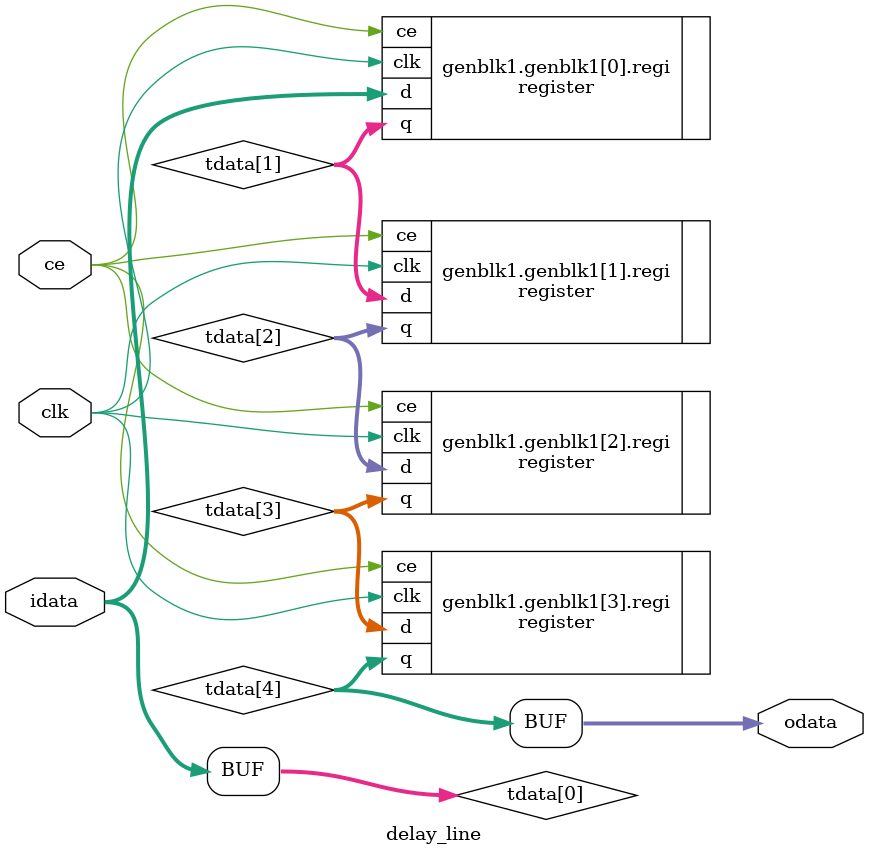
<source format=v>
`timescale 1ns / 1ps


module delay_line #
(
    parameter N=8, // szerokoæ szyny danych
    parameter DELAY=4 // d³ugoæ opónienia
)
(
    input clk, // zegar
    input ce, // w³¹czanie/wy³¹czanie rejestrów 'register'
    input [N-1:0] idata, // dane wejciowe (N bitów)
    output [N-1:0] odata // dane wyjciowe (N bitów)
);

wire [N-1:0] tdata [DELAY:0]; // po³¹czenia miêdzy pojedynczymi rejestrami 'register'

genvar i;
generate
    if(DELAY==0) // brak opónienia
    begin
        assign odata=idata;
    end else // opónienie o d³ugoci DELAY
    begin
        assign tdata[0]=idata;
        for(i=0;i<DELAY;i=i+1)
        begin
            register
            #(
                .N(N)
            )
            regi
            (
                .clk(clk),
                .ce(ce),
                .d(tdata[i]),
                .q(tdata[i+1])
            );
        end
        assign odata=tdata[DELAY];
    end
endgenerate
endmodule

</source>
